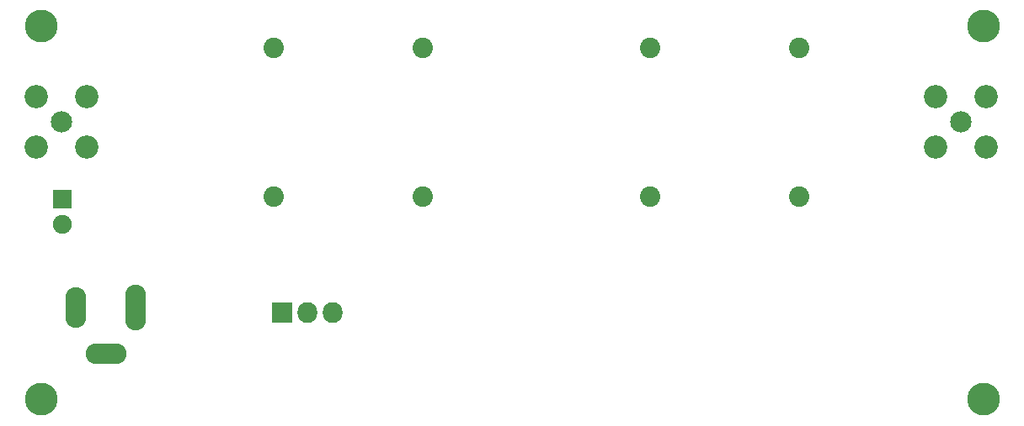
<source format=gbs>
G04 #@! TF.GenerationSoftware,KiCad,Pcbnew,5.1.6-c6e7f7d~87~ubuntu19.10.1*
G04 #@! TF.CreationDate,2021-08-02T21:19:55-04:00*
G04 #@! TF.ProjectId,upconverter,7570636f-6e76-4657-9274-65722e6b6963,rev?*
G04 #@! TF.SameCoordinates,Original*
G04 #@! TF.FileFunction,Soldermask,Bot*
G04 #@! TF.FilePolarity,Negative*
%FSLAX46Y46*%
G04 Gerber Fmt 4.6, Leading zero omitted, Abs format (unit mm)*
G04 Created by KiCad (PCBNEW 5.1.6-c6e7f7d~87~ubuntu19.10.1) date 2021-08-02 21:19:55*
%MOMM*%
%LPD*%
G01*
G04 APERTURE LIST*
%ADD10C,3.300000*%
%ADD11C,2.050000*%
%ADD12C,2.350000*%
%ADD13C,2.150000*%
%ADD14R,1.900000X1.900000*%
%ADD15C,1.900000*%
%ADD16O,2.100000X4.600000*%
%ADD17O,2.100000X4.100000*%
%ADD18O,4.100000X2.100000*%
%ADD19R,2.005000X2.100000*%
%ADD20O,2.005000X2.100000*%
G04 APERTURE END LIST*
D10*
X139700000Y-104140000D03*
X44958000Y-104140000D03*
X139700000Y-66548000D03*
X44958000Y-66548000D03*
D11*
X68319000Y-68700000D03*
X68319000Y-83700000D03*
X83319000Y-68700000D03*
X83319000Y-83700000D03*
X106158000Y-68700000D03*
X106158000Y-83700000D03*
X121158000Y-68700000D03*
X121158000Y-83700000D03*
D12*
X49530000Y-73660000D03*
X49530000Y-78740000D03*
X44450000Y-78740000D03*
X44450000Y-73660000D03*
D13*
X46990000Y-76200000D03*
D14*
X47117000Y-83947000D03*
D15*
X47117000Y-86487000D03*
D16*
X54483000Y-94869000D03*
D17*
X48483000Y-94869000D03*
D18*
X51483000Y-99569000D03*
D13*
X137414000Y-76200000D03*
D12*
X134874000Y-73660000D03*
X134874000Y-78740000D03*
X139954000Y-78740000D03*
X139954000Y-73660000D03*
D19*
X69215000Y-95377000D03*
D20*
X71755000Y-95377000D03*
X74295000Y-95377000D03*
M02*

</source>
